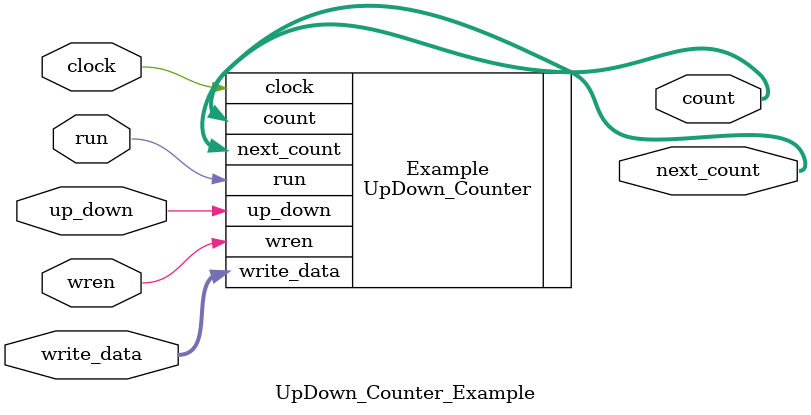
<source format=v>

`default_nettype none

module UpDown_Counter_Example
#(
    parameter WORD_WIDTH                = 36,
    parameter INITIAL_COUNT             = 55
)
(
    input   wire                        clock,
    input   wire                        up_down,        // 1/0 up/down
    input   wire                        run,            // counts one step if set
    input   wire                        wren,           // Write overrules count
    input   wire    [WORD_WIDTH-1:0]    write_data,
    output  wire    [WORD_WIDTH-1:0]    count,
    output  wire    [WORD_WIDTH-1:0]    next_count      // sometimes handy
);

    UpDown_Counter
    #(
        .WORD_WIDTH     (WORD_WIDTH),
        .INITIAL_COUNT  (INITIAL_COUNT)
    )
    Example
    (
        .clock          (clock),
        .up_down        (up_down),
        .run            (run),
        .wren           (wren),
        .write_data     (write_data),
        .count          (count),
        .next_count     (next_count)
    );

endmodule


</source>
